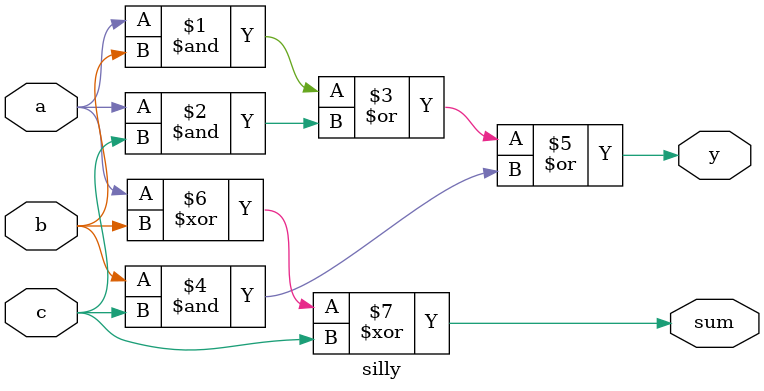
<source format=sv>
module silly (input  logic a, b, c, output logic y, sum);
   
  assign y = a & b | a & c | b & c;
  assign sum = a ^ b ^ c;
   
endmodule

</source>
